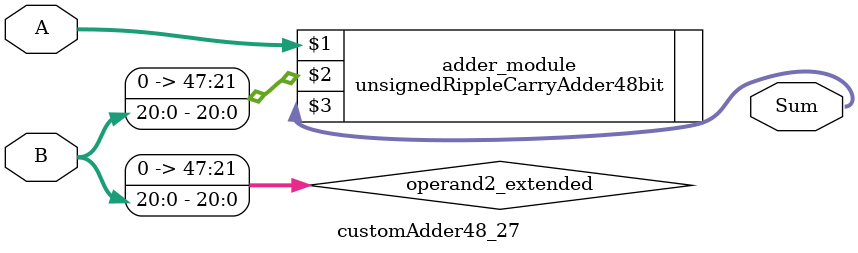
<source format=v>
module customAdder48_27(
                        input [47 : 0] A,
                        input [20 : 0] B,
                        
                        output [48 : 0] Sum
                );

        wire [47 : 0] operand2_extended;
        
        assign operand2_extended =  {27'b0, B};
        
        unsignedRippleCarryAdder48bit adder_module(
            A,
            operand2_extended,
            Sum
        );
        
        endmodule
        
</source>
